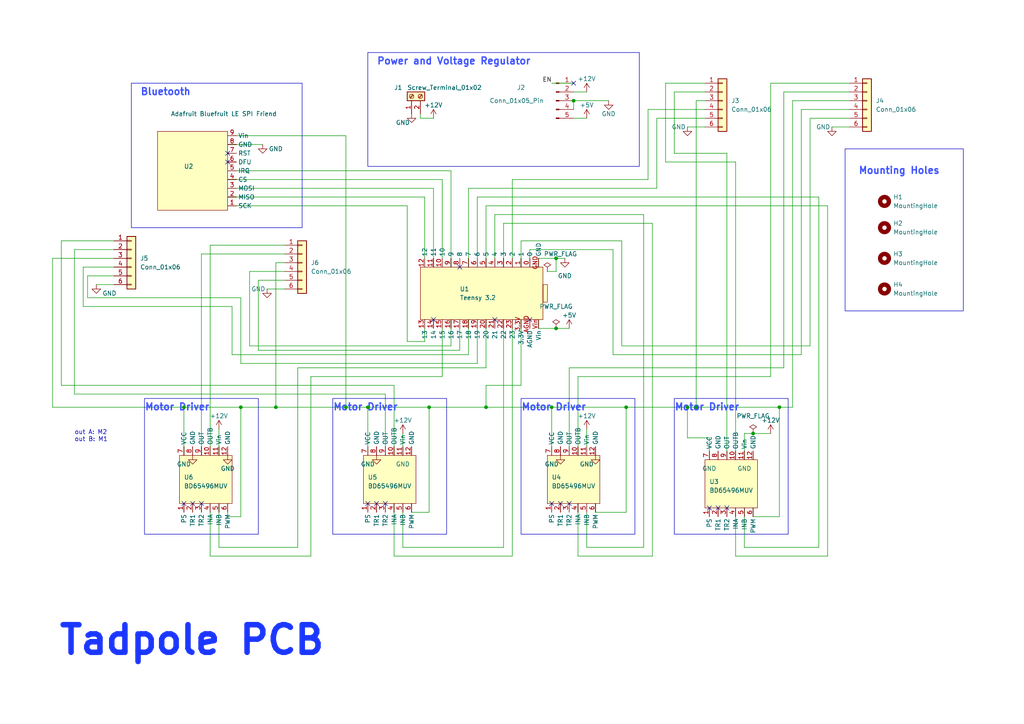
<source format=kicad_sch>
(kicad_sch (version 20230121) (generator eeschema)
  (paper "A4")
  (lib_symbols
    (symbol "BD65496MUV_1"
      (property "Reference" "U" (at 5.08 -2.54 0))
      (property "Value" "BD65496MUV" (at 2.54 7.62 0))
      (symbol "BD65496MUV_1_1_1"
        (rectangle (start -2.54 2.54) (end 11.43 -12.7) (fill (type background)))
        (pin bidirectional line (at -2.54 1.27 180) (length 2.54) (name "PS") (number "1"))
        (pin bidirectional line (at 11.43 -6.35 0) (length 2.54) (name "OUTB") (number "10"))
        (pin power_in line (at 11.43 -8.89 0) (length 2.54) (name "Vin") (number "11"))
        (pin power_in line (at 11.43 -11.43 0) (length 2.54) (name "GND") (number "12"))
        (pin bidirectional line (at -2.54 -1.27 180) (length 2.54) (name "TR1") (number "2"))
        (pin bidirectional line (at -2.54 -3.81 180) (length 2.54) (name "TR2") (number "3"))
        (pin bidirectional line (at -2.54 -6.35 180) (length 2.54) (name "INA") (number "4"))
        (pin bidirectional line (at -2.54 -8.89 180) (length 2.54) (name "INB") (number "5"))
        (pin bidirectional line (at -2.54 -11.43 180) (length 2.54) (name "PWM") (number "6"))
        (pin bidirectional line (at 11.43 1.27 0) (length 2.54) (name "VCC") (number "7"))
        (pin power_in line (at 11.43 -1.27 0) (length 2.54) (name "GND") (number "8"))
        (pin bidirectional line (at 11.43 -3.81 0) (length 2.54) (name "OUT") (number "9"))
      )
    )
    (symbol "BD65496MUV_2"
      (property "Reference" "U" (at 5.08 -2.54 0))
      (property "Value" "BD65496MUV" (at 2.54 7.62 0))
      (symbol "BD65496MUV_2_1_1"
        (rectangle (start -2.54 2.54) (end 11.43 -12.7) (fill (type background)))
        (pin bidirectional line (at -2.54 1.27 180) (length 2.54) (name "PS") (number "1"))
        (pin bidirectional line (at 11.43 -6.35 0) (length 2.54) (name "OUTB") (number "10"))
        (pin power_in line (at 11.43 -8.89 0) (length 2.54) (name "Vin") (number "11"))
        (pin power_in line (at 11.43 -11.43 0) (length 2.54) (name "GND") (number "12"))
        (pin bidirectional line (at -2.54 -1.27 180) (length 2.54) (name "TR1") (number "2"))
        (pin bidirectional line (at -2.54 -3.81 180) (length 2.54) (name "TR2") (number "3"))
        (pin bidirectional line (at -2.54 -6.35 180) (length 2.54) (name "INA") (number "4"))
        (pin bidirectional line (at -2.54 -8.89 180) (length 2.54) (name "INB") (number "5"))
        (pin bidirectional line (at -2.54 -11.43 180) (length 2.54) (name "PWM") (number "6"))
        (pin bidirectional line (at 11.43 1.27 0) (length 2.54) (name "VCC") (number "7"))
        (pin power_in line (at 11.43 -1.27 0) (length 2.54) (name "GND") (number "8"))
        (pin bidirectional line (at 11.43 -3.81 0) (length 2.54) (name "OUT") (number "9"))
      )
    )
    (symbol "BD65496MUV_3"
      (property "Reference" "U" (at 5.08 -2.54 0))
      (property "Value" "BD65496MUV" (at 2.54 7.62 0))
      (symbol "BD65496MUV_3_1_1"
        (rectangle (start -2.54 2.54) (end 11.43 -12.7) (fill (type background)))
        (pin bidirectional line (at -2.54 1.27 180) (length 2.54) (name "PS") (number "1"))
        (pin bidirectional line (at 11.43 -6.35 0) (length 2.54) (name "OUTB") (number "10"))
        (pin power_in line (at 11.43 -8.89 0) (length 2.54) (name "Vin") (number "11"))
        (pin power_in line (at 11.43 -11.43 0) (length 2.54) (name "GND") (number "12"))
        (pin bidirectional line (at -2.54 -1.27 180) (length 2.54) (name "TR1") (number "2"))
        (pin bidirectional line (at -2.54 -3.81 180) (length 2.54) (name "TR2") (number "3"))
        (pin bidirectional line (at -2.54 -6.35 180) (length 2.54) (name "INA") (number "4"))
        (pin bidirectional line (at -2.54 -8.89 180) (length 2.54) (name "INB") (number "5"))
        (pin bidirectional line (at -2.54 -11.43 180) (length 2.54) (name "PWM") (number "6"))
        (pin bidirectional line (at 11.43 1.27 0) (length 2.54) (name "VCC") (number "7"))
        (pin power_in line (at 11.43 -1.27 0) (length 2.54) (name "GND") (number "8"))
        (pin bidirectional line (at 11.43 -3.81 0) (length 2.54) (name "OUT") (number "9"))
      )
    )
    (symbol "Connector:Conn_01x05_Pin" (pin_names (offset 1.016) hide)
      (property "Reference" "J" (at 0 7.62 0))
      (property "Value" "Conn_01x05_Pin" (at 0 -7.62 0))
      (symbol "Conn_01x05_Pin_1_1"
        (polyline (pts (xy 1.27 -5.08) (xy 0.8636 -5.08)) (stroke (width 0.1524)))
        (polyline (pts (xy 1.27 -2.54) (xy 0.8636 -2.54)) (stroke (width 0.1524)))
        (polyline (pts (xy 1.27 0) (xy 0.8636 0)) (stroke (width 0.1524)))
        (polyline (pts (xy 1.27 2.54) (xy 0.8636 2.54)) (stroke (width 0.1524)))
        (polyline (pts (xy 1.27 5.08) (xy 0.8636 5.08)) (stroke (width 0.1524)))
        (rectangle (start 0.8636 -4.953) (end 0 -5.207) (stroke (width 0.1524)) (fill (type outline)))
        (rectangle (start 0.8636 -2.413) (end 0 -2.667) (stroke (width 0.1524)) (fill (type outline)))
        (rectangle (start 0.8636 0.127) (end 0 -0.127) (stroke (width 0.1524)) (fill (type outline)))
        (rectangle (start 0.8636 2.667) (end 0 2.413) (stroke (width 0.1524)) (fill (type outline)))
        (rectangle (start 0.8636 5.207) (end 0 4.953) (stroke (width 0.1524)) (fill (type outline)))
        (pin passive line (at 5.08 5.08 180) (length 3.81) (name "Pin_1") (number "1"))
        (pin passive line (at 5.08 2.54 180) (length 3.81) (name "Pin_2") (number "2"))
        (pin passive line (at 5.08 0 180) (length 3.81) (name "Pin_3") (number "3"))
        (pin passive line (at 5.08 -2.54 180) (length 3.81) (name "Pin_4") (number "4"))
        (pin passive line (at 5.08 -5.08 180) (length 3.81) (name "Pin_5") (number "5"))
      )
    )
    (symbol "Connector:Screw_Terminal_01x02" (pin_names (offset 1.016) hide)
      (property "Reference" "J" (at 0 2.54 0))
      (property "Value" "Screw_Terminal_01x02" (at 0 -5.08 0))
      (symbol "Screw_Terminal_01x02_1_1"
        (rectangle (start -1.27 1.27) (end 1.27 -3.81) (stroke (width 0.254)) (fill (type background)))
        (circle (center 0 -2.54) (radius 0.635) (stroke (width 0.1524)))
        (polyline (pts (xy -0.5334 -2.2098) (xy 0.3302 -3.048)) (stroke (width 0.1524)))
        (polyline (pts (xy -0.5334 0.3302) (xy 0.3302 -0.508)) (stroke (width 0.1524)))
        (polyline (pts (xy -0.3556 -2.032) (xy 0.508 -2.8702)) (stroke (width 0.1524)))
        (polyline (pts (xy -0.3556 0.508) (xy 0.508 -0.3302)) (stroke (width 0.1524)))
        (circle (center 0 0) (radius 0.635) (stroke (width 0.1524)))
        (pin passive line (at -5.08 0 0) (length 3.81) (name "Pin_1") (number "1"))
        (pin passive line (at -5.08 -2.54 0) (length 3.81) (name "Pin_2") (number "2"))
      )
    )
    (symbol "Connector_Generic:Conn_01x06" (pin_names (offset 1.016) hide)
      (property "Reference" "J" (at 0 7.62 0))
      (property "Value" "Conn_01x06" (at 0 -10.16 0))
      (symbol "Conn_01x06_1_1"
        (rectangle (start -1.27 -7.493) (end 0 -7.747) (stroke (width 0.1524)))
        (rectangle (start -1.27 -4.953) (end 0 -5.207) (stroke (width 0.1524)))
        (rectangle (start -1.27 -2.413) (end 0 -2.667) (stroke (width 0.1524)))
        (rectangle (start -1.27 0.127) (end 0 -0.127) (stroke (width 0.1524)))
        (rectangle (start -1.27 2.667) (end 0 2.413) (stroke (width 0.1524)))
        (rectangle (start -1.27 5.207) (end 0 4.953) (stroke (width 0.1524)))
        (rectangle (start -1.27 6.35) (end 1.27 -8.89) (stroke (width 0.254)) (fill (type background)))
        (pin passive line (at -5.08 5.08 0) (length 3.81) (name "Pin_1") (number "1"))
        (pin passive line (at -5.08 2.54 0) (length 3.81) (name "Pin_2") (number "2"))
        (pin passive line (at -5.08 0 0) (length 3.81) (name "Pin_3") (number "3"))
        (pin passive line (at -5.08 -2.54 0) (length 3.81) (name "Pin_4") (number "4"))
        (pin passive line (at -5.08 -5.08 0) (length 3.81) (name "Pin_5") (number "5"))
        (pin passive line (at -5.08 -7.62 0) (length 3.81) (name "Pin_6") (number "6"))
      )
    )
    (symbol "Mechanical:MountingHole" (pin_names (offset 1.016))
      (property "Reference" "H" (at 0 5.08 0))
      (property "Value" "MountingHole" (at 0 3.175 0))
      (symbol "MountingHole_0_1"
        (circle (center 0 0) (radius 1.27) (stroke (width 1.27)))
      )
    )
    (symbol "New_Library:Adafruit_Bluefruit_LE_SPI_Friend"
      (property "Reference" "U" (at 11.43 11.43 0))
      (property "Value" "Adafruit Bluefruit LE SPI Friend" (at -16.51 0 0))
      (symbol "Adafruit_Bluefruit_LE_SPI_Friend_1_1"
        (rectangle (start 0 20.32) (end 22.86 0) (fill (type background)))
        (pin bidirectional line (at 1.27 0 270) (length 2.54) (name "SCK") (number "1"))
        (pin input line (at 3.81 0 270) (length 2.54) (name "MISO") (number "2"))
        (pin output line (at 6.35 0 270) (length 2.54) (name "MOSI") (number "3"))
        (pin bidirectional line (at 8.89 0 270) (length 2.54) (name "CS") (number "4"))
        (pin bidirectional line (at 11.43 0 270) (length 2.54) (name "IRQ") (number "5"))
        (pin bidirectional line (at 13.97 0 270) (length 2.54) (name "DFU") (number "6"))
        (pin bidirectional line (at 16.51 0 270) (length 2.54) (name "RST") (number "7"))
        (pin power_in line (at 19.05 0 270) (length 2.54) (name "GND") (number "8"))
        (pin bidirectional line (at 21.59 0 270) (length 2.54) (name "Vin") (number "9"))
      )
    )
    (symbol "New_Library:BD65496MUV"
      (property "Reference" "U" (at 5.08 -2.54 0))
      (property "Value" "BD65496MUV" (at 2.54 7.62 0))
      (symbol "BD65496MUV_1_1"
        (rectangle (start -2.54 2.54) (end 11.43 -12.7) (fill (type background)))
        (pin bidirectional line (at -2.54 1.27 180) (length 2.54) (name "PS") (number "1"))
        (pin bidirectional line (at 11.43 -6.35 0) (length 2.54) (name "OUTB") (number "10"))
        (pin power_in line (at 11.43 -8.89 0) (length 2.54) (name "Vin") (number "11"))
        (pin power_in line (at 11.43 -11.43 0) (length 2.54) (name "GND") (number "12"))
        (pin bidirectional line (at -2.54 -1.27 180) (length 2.54) (name "TR1") (number "2"))
        (pin bidirectional line (at -2.54 -3.81 180) (length 2.54) (name "TR2") (number "3"))
        (pin bidirectional line (at -2.54 -6.35 180) (length 2.54) (name "INA") (number "4"))
        (pin bidirectional line (at -2.54 -8.89 180) (length 2.54) (name "INB") (number "5"))
        (pin bidirectional line (at -2.54 -11.43 180) (length 2.54) (name "PWM") (number "6"))
        (pin bidirectional line (at 11.43 1.27 0) (length 2.54) (name "VCC") (number "7"))
        (pin power_in line (at 11.43 -1.27 0) (length 2.54) (name "GND") (number "8"))
        (pin bidirectional line (at 11.43 -3.81 0) (length 2.54) (name "OUT") (number "9"))
      )
    )
    (symbol "New_Library:Teensy_3.2"
      (property "Reference" "U" (at 0 -7.62 0))
      (property "Value" "Teensy 3.2" (at -1.27 10.16 0))
      (symbol "Teensy_3.2_1_1"
        (rectangle (start -7.62 7.62) (end 7.62 -27.94) (fill (type background)))
        (rectangle (start -2.54 8.89) (end 2.54 7.62) (fill (type background)))
        (pin bidirectional line (at -7.62 3.81 180) (length 2.54) (name "0") (number "0"))
        (pin bidirectional line (at -7.62 1.27 180) (length 2.54) (name "1") (number "1"))
        (pin bidirectional line (at -7.62 -21.59 180) (length 2.54) (name "10") (number "10"))
        (pin bidirectional line (at -7.62 -24.13 180) (length 2.54) (name "11") (number "11"))
        (pin bidirectional line (at -7.62 -26.67 180) (length 2.54) (name "12") (number "12"))
        (pin bidirectional line (at 7.62 -26.67 0) (length 2.54) (name "13") (number "13"))
        (pin bidirectional line (at 7.62 -24.13 0) (length 2.54) (name "14") (number "14"))
        (pin bidirectional line (at 7.62 -21.59 0) (length 2.54) (name "15") (number "15"))
        (pin bidirectional line (at 7.62 -19.05 0) (length 2.54) (name "16") (number "16"))
        (pin bidirectional line (at 7.62 -16.51 0) (length 2.54) (name "17") (number "17"))
        (pin bidirectional line (at 7.62 -13.97 0) (length 2.54) (name "18") (number "18"))
        (pin bidirectional line (at 7.62 -11.43 0) (length 2.54) (name "19") (number "19"))
        (pin bidirectional line (at -7.62 -1.27 180) (length 2.54) (name "2") (number "2"))
        (pin bidirectional line (at 7.62 -8.89 0) (length 2.54) (name "20") (number "20"))
        (pin bidirectional line (at 7.62 -6.35 0) (length 2.54) (name "21") (number "21"))
        (pin bidirectional line (at 7.62 -3.81 0) (length 2.54) (name "22") (number "22"))
        (pin bidirectional line (at 7.62 -1.27 0) (length 2.54) (name "23") (number "23"))
        (pin bidirectional line (at -7.62 -3.81 180) (length 2.54) (name "3") (number "3"))
        (pin bidirectional line (at 7.62 1.27 0) (length 2.54) (name "3.3V") (number "3.3V"))
        (pin bidirectional line (at -7.62 -6.35 180) (length 2.54) (name "4") (number "4"))
        (pin bidirectional line (at -7.62 -8.89 180) (length 2.54) (name "5") (number "5"))
        (pin bidirectional line (at -7.62 -11.43 180) (length 2.54) (name "6") (number "6"))
        (pin bidirectional line (at -7.62 -13.97 180) (length 2.54) (name "7") (number "7"))
        (pin bidirectional line (at -7.62 -16.51 180) (length 2.54) (name "8") (number "8"))
        (pin bidirectional line (at -7.62 -19.05 180) (length 2.54) (name "9") (number "9"))
        (pin bidirectional line (at 7.62 3.81 0) (length 2.54) (name "AGND") (number "AGND"))
        (pin power_in line (at -7.62 6.35 180) (length 2.54) (name "GND") (number "GND"))
        (pin power_in line (at 7.62 6.35 0) (length 2.54) (name "Vin") (number "Vin"))
      )
    )
    (symbol "power:+12V" (power) (pin_names (offset 0))
      (property "Value" "+12V" (at 0 3.556 0))
      (symbol "+12V_0_1"
        (polyline (pts (xy -0.762 1.27) (xy 0 2.54)))
        (polyline (pts (xy 0 0) (xy 0 2.54)))
        (polyline (pts (xy 0 2.54) (xy 0.762 1.27)))
      )
      (symbol "+12V_1_1"
        (pin power_in line (at 0 0 90) (length 0) hide (name "+12V") (number "1"))
      )
    )
    (symbol "power:+5V" (power) (pin_names (offset 0))
      (property "Value" "+5V" (at 0 3.556 0))
      (symbol "+5V_0_1"
        (polyline (pts (xy -0.762 1.27) (xy 0 2.54)))
        (polyline (pts (xy 0 0) (xy 0 2.54)))
        (polyline (pts (xy 0 2.54) (xy 0.762 1.27)))
      )
      (symbol "+5V_1_1"
        (pin power_in line (at 0 0 90) (length 0) hide (name "+5V") (number "1"))
      )
    )
    (symbol "power:GND" (power) (pin_names (offset 0))
      (property "Value" "GND" (at 0 -3.81 0))
      (symbol "GND_0_1"
        (polyline (pts (xy 0 0) (xy 0 -1.27) (xy 1.27 -1.27) (xy 0 -2.54) (xy -1.27 -1.27) (xy 0 -1.27)))
      )
      (symbol "GND_1_1"
        (pin power_in line (at 0 0 270) (length 0) hide (name "GND") (number "1"))
      )
    )
    (symbol "power:PWR_FLAG" (power) (pin_numbers hide) (pin_names (offset 0) hide)
      (property "Value" "PWR_FLAG" (at 0 3.81 0))
      (symbol "PWR_FLAG_0_0"
        (pin power_out line (at 0 0 90) (length 0) (name "pwr") (number "1"))
      )
      (symbol "PWR_FLAG_0_1"
        (polyline (pts (xy 0 0) (xy 0 1.27) (xy -1.016 1.905) (xy 0 2.54) (xy 1.016 1.905) (xy 0 1.27)))
      )
    )
  )
  (junction (at 166.37 29.21))
  (junction (at 140.97 118.11))
  (junction (at 53.34 118.11))
  (junction (at 80.01 118.11))
  (junction (at 69.85 118.11))
  (junction (at 161.29 95.25))
  (junction (at 199.39 118.11))
  (junction (at 218.44 125.73))
  (junction (at 106.68 118.11))
  (junction (at 124.46 118.11))
  (junction (at 161.29 74.93))
  (junction (at 201.93 118.11))
  (junction (at 160.02 118.11))
  (junction (at 100.33 118.11))
  (junction (at 181.61 118.11))
  (junction (at 226.06 118.11))
  (no_connect (at 58.42 146.05))
  (no_connect (at 160.02 146.05))
  (no_connect (at 143.51 92.71))
  (no_connect (at 109.22 146.05))
  (no_connect (at 111.76 146.05))
  (no_connect (at 166.37 24.13))
  (no_connect (at 125.73 92.71))
  (no_connect (at 106.68 146.05))
  (no_connect (at 133.35 77.47))
  (no_connect (at 162.56 146.05))
  (no_connect (at 53.34 146.05))
  (no_connect (at 210.82 147.32))
  (no_connect (at 66.04 44.45))
  (no_connect (at 66.04 46.99))
  (no_connect (at 55.88 146.05))
  (no_connect (at 205.74 147.32))
  (no_connect (at 153.67 92.71))
  (no_connect (at 208.28 147.32))
  (no_connect (at 165.1 146.05))
  (wire (pts (xy 215.9 125.73) (xy 218.44 125.73)))
  (wire (pts (xy 170.18 124.46) (xy 170.18 132.08)))
  (wire (pts (xy 86.36 106.68) (xy 86.36 158.75)))
  (wire (pts (xy 223.52 24.13) (xy 246.38 24.13)))
  (wire (pts (xy 140.97 111.76) (xy 140.97 118.11)))
  (wire (pts (xy 138.43 105.41) (xy 69.85 105.41)))
  (wire (pts (xy 74.93 81.28) (xy 82.55 81.28)))
  (wire (pts (xy 25.4 86.36) (xy 69.85 86.36)))
  (wire (pts (xy 53.34 118.11) (xy 69.85 118.11)))
  (wire (pts (xy 161.29 95.25) (xy 156.21 95.25)))
  (wire (pts (xy 106.68 118.11) (xy 106.68 132.08)))
  (wire (pts (xy 130.81 92.71) (xy 130.81 100.33)))
  (wire (pts (xy 204.47 29.21) (xy 201.93 29.21)))
  (wire (pts (xy 90.17 109.22) (xy 90.17 161.29)))
  (wire (pts (xy 66.04 49.53) (xy 130.81 49.53)))
  (wire (pts (xy 66.04 59.69) (xy 118.11 59.69)))
  (wire (pts (xy 213.36 161.29) (xy 213.36 147.32)))
  (wire (pts (xy 151.13 77.47) (xy 151.13 69.85)))
  (wire (pts (xy 226.06 118.11) (xy 226.06 149.86)))
  (wire (pts (xy 86.36 158.75) (xy 63.5 158.75)))
  (wire (pts (xy 66.04 54.61) (xy 125.73 54.61)))
  (wire (pts (xy 66.04 149.86) (xy 69.85 149.86)))
  (wire (pts (xy 15.24 74.93) (xy 15.24 118.11)))
  (wire (pts (xy 135.89 92.71) (xy 135.89 102.87)))
  (wire (pts (xy 67.31 88.9) (xy 67.31 102.87)))
  (wire (pts (xy 74.93 81.28) (xy 74.93 101.6)))
  (wire (pts (xy 167.64 146.05) (xy 167.64 161.29)))
  (wire (pts (xy 193.04 46.99) (xy 193.04 24.13)))
  (wire (pts (xy 133.35 92.71) (xy 133.35 101.6)))
  (wire (pts (xy 80.01 76.2) (xy 80.01 118.11)))
  (wire (pts (xy 227.33 26.67) (xy 227.33 106.68)))
  (wire (pts (xy 158.75 78.74) (xy 161.29 78.74)))
  (wire (pts (xy 234.95 34.29) (xy 246.38 34.29)))
  (wire (pts (xy 177.8 72.39) (xy 177.8 102.87)))
  (wire (pts (xy 116.84 125.73) (xy 116.84 132.08)))
  (wire (pts (xy 125.73 54.61) (xy 125.73 77.47)))
  (wire (pts (xy 111.76 132.08) (xy 111.76 114.3)))
  (wire (pts (xy 67.31 102.87) (xy 135.89 102.87)))
  (wire (pts (xy 170.18 158.75) (xy 186.69 158.75)))
  (wire (pts (xy 241.3 36.83) (xy 246.38 36.83)))
  (wire (pts (xy 201.93 118.11) (xy 226.06 118.11)))
  (wire (pts (xy 186.69 158.75) (xy 186.69 62.23)))
  (wire (pts (xy 234.95 34.29) (xy 234.95 100.33)))
  (wire (pts (xy 21.59 72.39) (xy 33.02 72.39)))
  (wire (pts (xy 90.17 109.22) (xy 128.27 109.22)))
  (wire (pts (xy 138.43 57.15) (xy 138.43 77.47)))
  (wire (pts (xy 160.02 118.11) (xy 181.61 118.11)))
  (wire (pts (xy 15.24 74.93) (xy 33.02 74.93)))
  (wire (pts (xy 140.97 59.69) (xy 240.03 59.69)))
  (wire (pts (xy 187.96 31.75) (xy 204.47 31.75)))
  (wire (pts (xy 21.59 114.3) (xy 111.76 114.3)))
  (wire (pts (xy 124.46 118.11) (xy 140.97 118.11)))
  (wire (pts (xy 201.93 29.21) (xy 201.93 118.11)))
  (wire (pts (xy 116.84 158.75) (xy 116.84 146.05)))
  (wire (pts (xy 232.41 31.75) (xy 246.38 31.75)))
  (wire (pts (xy 58.42 73.66) (xy 58.42 132.08)))
  (wire (pts (xy 140.97 118.11) (xy 160.02 118.11)))
  (wire (pts (xy 21.59 114.3) (xy 21.59 72.39)))
  (wire (pts (xy 82.55 76.2) (xy 80.01 76.2)))
  (wire (pts (xy 232.41 31.75) (xy 232.41 102.87)))
  (wire (pts (xy 17.78 69.85) (xy 33.02 69.85)))
  (wire (pts (xy 63.5 158.75) (xy 63.5 146.05)))
  (wire (pts (xy 205.74 127) (xy 205.74 133.35)))
  (wire (pts (xy 125.73 34.29) (xy 121.92 34.29)))
  (wire (pts (xy 229.87 118.11) (xy 226.06 118.11)))
  (wire (pts (xy 60.96 161.29) (xy 60.96 146.05)))
  (wire (pts (xy 229.87 29.21) (xy 229.87 118.11)))
  (wire (pts (xy 146.05 64.77) (xy 146.05 77.47)))
  (wire (pts (xy 123.19 57.15) (xy 123.19 77.47)))
  (wire (pts (xy 165.1 132.08) (xy 165.1 106.68)))
  (wire (pts (xy 181.61 118.11) (xy 181.61 148.59)))
  (wire (pts (xy 72.39 100.33) (xy 130.81 100.33)))
  (wire (pts (xy 189.23 64.77) (xy 146.05 64.77)))
  (wire (pts (xy 167.64 161.29) (xy 189.23 161.29)))
  (wire (pts (xy 151.13 69.85) (xy 180.34 69.85)))
  (wire (pts (xy 223.52 24.13) (xy 223.52 109.22)))
  (wire (pts (xy 140.97 92.71) (xy 140.97 106.68)))
  (wire (pts (xy 53.34 118.11) (xy 53.34 132.08)))
  (wire (pts (xy 193.04 24.13) (xy 204.47 24.13)))
  (wire (pts (xy 69.85 149.86) (xy 69.85 118.11)))
  (wire (pts (xy 118.11 59.69) (xy 118.11 99.06)))
  (wire (pts (xy 151.13 92.71) (xy 151.13 111.76)))
  (wire (pts (xy 165.1 106.68) (xy 227.33 106.68)))
  (wire (pts (xy 58.42 73.66) (xy 82.55 73.66)))
  (wire (pts (xy 140.97 106.68) (xy 86.36 106.68)))
  (wire (pts (xy 24.13 88.9) (xy 24.13 77.47)))
  (wire (pts (xy 156.21 95.25) (xy 156.21 92.71)))
  (wire (pts (xy 166.37 26.67) (xy 170.18 26.67)))
  (wire (pts (xy 17.78 111.76) (xy 114.3 111.76)))
  (wire (pts (xy 240.03 59.69) (xy 240.03 161.29)))
  (wire (pts (xy 100.33 118.11) (xy 106.68 118.11)))
  (wire (pts (xy 199.39 127) (xy 199.39 118.11)))
  (wire (pts (xy 25.4 86.36) (xy 25.4 80.01)))
  (wire (pts (xy 187.96 52.07) (xy 187.96 31.75)))
  (wire (pts (xy 180.34 100.33) (xy 234.95 100.33)))
  (wire (pts (xy 210.82 44.45) (xy 210.82 133.35)))
  (wire (pts (xy 181.61 118.11) (xy 199.39 118.11)))
  (wire (pts (xy 240.03 161.29) (xy 213.36 161.29)))
  (wire (pts (xy 166.37 29.21) (xy 176.53 29.21)))
  (wire (pts (xy 199.39 36.83) (xy 204.47 36.83)))
  (wire (pts (xy 195.58 44.45) (xy 195.58 26.67)))
  (wire (pts (xy 186.69 62.23) (xy 143.51 62.23)))
  (wire (pts (xy 72.39 78.74) (xy 82.55 78.74)))
  (wire (pts (xy 177.8 102.87) (xy 232.41 102.87)))
  (wire (pts (xy 227.33 26.67) (xy 246.38 26.67)))
  (wire (pts (xy 199.39 127) (xy 205.74 127)))
  (wire (pts (xy 60.96 71.12) (xy 82.55 71.12)))
  (wire (pts (xy 199.39 118.11) (xy 201.93 118.11)))
  (wire (pts (xy 161.29 78.74) (xy 161.29 74.93)))
  (wire (pts (xy 138.43 92.71) (xy 138.43 105.41)))
  (wire (pts (xy 213.36 46.99) (xy 193.04 46.99)))
  (wire (pts (xy 119.38 148.59) (xy 119.38 146.05)))
  (wire (pts (xy 72.39 78.74) (xy 72.39 100.33)))
  (wire (pts (xy 128.27 92.71) (xy 128.27 109.22)))
  (wire (pts (xy 218.44 149.86) (xy 218.44 147.32)))
  (wire (pts (xy 24.13 88.9) (xy 67.31 88.9)))
  (wire (pts (xy 106.68 118.11) (xy 124.46 118.11)))
  (wire (pts (xy 27.94 82.55) (xy 33.02 82.55)))
  (wire (pts (xy 135.89 54.61) (xy 190.5 54.61)))
  (wire (pts (xy 237.49 158.75) (xy 237.49 57.15)))
  (wire (pts (xy 140.97 77.47) (xy 140.97 59.69)))
  (wire (pts (xy 181.61 148.59) (xy 172.72 148.59)))
  (wire (pts (xy 148.59 161.29) (xy 114.3 161.29)))
  (wire (pts (xy 17.78 69.85) (xy 17.78 111.76)))
  (wire (pts (xy 25.4 80.01) (xy 33.02 80.01)))
  (wire (pts (xy 60.96 71.12) (xy 60.96 132.08)))
  (wire (pts (xy 100.33 39.37) (xy 100.33 118.11)))
  (wire (pts (xy 114.3 132.08) (xy 114.3 111.76)))
  (wire (pts (xy 146.05 92.71) (xy 146.05 158.75)))
  (wire (pts (xy 215.9 158.75) (xy 237.49 158.75)))
  (wire (pts (xy 66.04 39.37) (xy 100.33 39.37)))
  (wire (pts (xy 66.04 146.05) (xy 66.04 149.86)))
  (wire (pts (xy 148.59 77.47) (xy 148.59 52.07)))
  (wire (pts (xy 167.64 109.22) (xy 223.52 109.22)))
  (wire (pts (xy 66.04 41.91) (xy 76.2 41.91)))
  (wire (pts (xy 114.3 161.29) (xy 114.3 146.05)))
  (wire (pts (xy 148.59 92.71) (xy 148.59 161.29)))
  (wire (pts (xy 218.44 125.73) (xy 223.52 125.73)))
  (wire (pts (xy 195.58 26.67) (xy 204.47 26.67)))
  (wire (pts (xy 166.37 29.21) (xy 166.37 31.75)))
  (wire (pts (xy 213.36 46.99) (xy 213.36 133.35)))
  (wire (pts (xy 229.87 29.21) (xy 246.38 29.21)))
  (wire (pts (xy 226.06 149.86) (xy 218.44 149.86)))
  (wire (pts (xy 24.13 77.47) (xy 33.02 77.47)))
  (wire (pts (xy 189.23 161.29) (xy 189.23 64.77)))
  (wire (pts (xy 156.21 77.47) (xy 156.21 74.93)))
  (wire (pts (xy 124.46 148.59) (xy 119.38 148.59)))
  (wire (pts (xy 161.29 74.93) (xy 163.83 74.93)))
  (wire (pts (xy 146.05 158.75) (xy 116.84 158.75)))
  (wire (pts (xy 160.02 24.13) (xy 166.37 24.13)))
  (wire (pts (xy 74.93 101.6) (xy 133.35 101.6)))
  (wire (pts (xy 123.19 99.06) (xy 123.19 92.71)))
  (wire (pts (xy 237.49 57.15) (xy 138.43 57.15)))
  (wire (pts (xy 77.47 83.82) (xy 82.55 83.82)))
  (wire (pts (xy 63.5 124.46) (xy 63.5 132.08)))
  (wire (pts (xy 172.72 148.59) (xy 172.72 146.05)))
  (wire (pts (xy 130.81 49.53) (xy 130.81 77.47)))
  (wire (pts (xy 215.9 147.32) (xy 215.9 158.75)))
  (wire (pts (xy 15.24 118.11) (xy 53.34 118.11)))
  (wire (pts (xy 143.51 62.23) (xy 143.51 77.47)))
  (wire (pts (xy 153.67 72.39) (xy 177.8 72.39)))
  (wire (pts (xy 156.21 74.93) (xy 161.29 74.93)))
  (wire (pts (xy 118.11 99.06) (xy 123.19 99.06)))
  (wire (pts (xy 148.59 52.07) (xy 187.96 52.07)))
  (wire (pts (xy 121.92 34.29) (xy 121.92 33.02)))
  (wire (pts (xy 167.64 132.08) (xy 167.64 109.22)))
  (wire (pts (xy 170.18 146.05) (xy 170.18 158.75)))
  (wire (pts (xy 160.02 118.11) (xy 160.02 132.08)))
  (wire (pts (xy 69.85 118.11) (xy 80.01 118.11)))
  (wire (pts (xy 210.82 44.45) (xy 195.58 44.45)))
  (wire (pts (xy 190.5 34.29) (xy 190.5 54.61)))
  (wire (pts (xy 165.1 95.25) (xy 161.29 95.25)))
  (wire (pts (xy 151.13 111.76) (xy 140.97 111.76)))
  (wire (pts (xy 128.27 52.07) (xy 128.27 77.47)))
  (wire (pts (xy 180.34 69.85) (xy 180.34 100.33)))
  (wire (pts (xy 166.37 34.29) (xy 170.18 34.29)))
  (wire (pts (xy 153.67 77.47) (xy 153.67 72.39)))
  (wire (pts (xy 190.5 34.29) (xy 204.47 34.29)))
  (wire (pts (xy 66.04 52.07) (xy 128.27 52.07)))
  (wire (pts (xy 66.04 57.15) (xy 123.19 57.15)))
  (wire (pts (xy 80.01 118.11) (xy 100.33 118.11)))
  (wire (pts (xy 124.46 118.11) (xy 124.46 148.59)))
  (wire (pts (xy 69.85 86.36) (xy 69.85 105.41)))
  (wire (pts (xy 215.9 125.73) (xy 215.9 133.35)))
  (wire (pts (xy 90.17 161.29) (xy 60.96 161.29)))
  (wire (pts (xy 135.89 77.47) (xy 135.89 54.61)))
  (rectangle (start 41.91 115.57) (end 74.93 154.94))
  (rectangle (start 106.68 15.24) (end 185.42 48.26))
  (rectangle (start 245.11 43.18) (end 279.4 90.17))
  (rectangle (start 151.13 115.57) (end 184.15 154.94))
  (rectangle (start 38.1 24.13) (end 87.63 66.04))
  (rectangle (start 96.52 115.57) (end 129.54 154.94))
  (rectangle (start 195.58 115.57) (end 228.6 154.94))
  (text "Bluetooth" (at 40.64 27.94 0) (effects (font (size 2 2) (thickness 0.4) bold) (justify left bottom)))
  (text "Tadpole PCB" (at 16.51 190.5 0) (effects (font (size 8 8) (thickness 1.6) bold) (justify left bottom)))
  (text "Motor Driver" (at 41.91 119.38 0) (effects (font (size 2 2) (thickness 0.4) bold) (justify left bottom)))
  (text "Motor Driver" (at 195.58 119.38 0) (effects (font (size 2 2) (thickness 0.4) bold) (justify left bottom)))
  (text "Mounting Holes" (at 248.92 50.8 0) (effects (font (size 2 2) (thickness 0.4) bold) (justify left bottom)))
  (text "Motor Driver" (at 96.52 119.38 0) (effects (font (size 2 2) (thickness 0.4) bold) (justify left bottom)))
  (text "Power and Voltage Regulator" (at 109.22 19.05 0) (effects (font (size 2 2) (thickness 0.4) bold) (justify left bottom)))
  (text "out A: M2\nout B: M1\n" (at 21.59 128.27 0) (effects (font (size 1.27 1.27)) (justify left bottom)))
  (text "Motor Driver" (at 151.13 119.38 0) (effects (font (size 2 2) (thickness 0.4) bold) (justify left bottom)))
  (label "EN" (at 160.02 24.13 180))
  (symbol (lib_id "power:GND") (at 119.38 33.02 0) (unit 1)
    (property "Reference" "#PWR01" (effects hide))
    (property "Value" "GND" (at 116.84 35.56 0))
  )
  (symbol (lib_id "Mechanical:MountingHole") (at 256.54 58.42 0) (unit 1)
    (property "Reference" "H1" (at 259.08 57.15 0) (effects (justify left)))
    (property "Value" "MountingHole" (at 259.08 59.69 0) (effects (justify left)))
    (property "Footprint" "MountingHole:MountingHole_2.2mm_M2_DIN965_Pad" (effects hide))
  )
  (symbol (lib_id "power:PWR_FLAG") (at 161.29 95.25 0) (unit 1)
    (property "Reference" "#FLG02" (effects hide))
    (property "Value" "PWR_FLAG" (at 161.29 88.9 0))
  )
  (symbol (lib_id "Connector:Screw_Terminal_01x02") (at 119.38 27.94 90) (unit 1)
    (property "Reference" "J1" (at 114.3 25.4 90) (effects (justify right)))
    (property "Value" "Screw_Terminal_01x02" (at 118.11 25.4 90) (effects (justify right)))
    (property "Footprint" "Connector_AMASS:AMASS_XT30U-M_1x02_P5.0mm_Vertical" (effects hide))
  )
  (symbol (lib_id "power:GND") (at 208.28 133.35 0) (unit 1)
    (property "Reference" "#PWR011" (effects hide))
    (property "Value" "GND" (at 205.74 135.89 0))
  )
  (symbol (lib_name "BD65496MUV_3") (lib_id "New_Library:BD65496MUV") (at 161.29 143.51 90) (unit 1)
    (property "Reference" "U4" (at 160.02 138.43 90) (effects (justify right)))
    (property "Value" "BD65496MUV" (at 160.02 140.97 90) (effects (justify right)))
    (property "Footprint" "Library:BD65496MUV" (effects hide))
  )
  (symbol (lib_name "BD65496MUV_2") (lib_id "New_Library:BD65496MUV") (at 107.95 143.51 90) (unit 1)
    (property "Reference" "U5" (at 106.68 138.43 90) (effects (justify right)))
    (property "Value" "BD65496MUV" (at 106.68 140.97 90) (effects (justify right)))
    (property "Footprint" "Library:BD65496MUV" (effects hide))
  )
  (symbol (lib_id "Connector_Generic:Conn_01x06") (at 209.55 29.21 0) (unit 1)
    (property "Reference" "J3" (at 212.09 29.21 0) (effects (justify left)))
    (property "Value" "Conn_01x06" (at 212.09 31.75 0) (effects (justify left)))
    (property "Footprint" "Library:PinHeader_1x06_P2.54mm_Vertical" (effects hide))
  )
  (symbol (lib_id "power:+5V") (at 165.1 95.25 0) (unit 1)
    (property "Reference" "#PWR025" (effects hide))
    (property "Value" "+5V" (at 165.1 91.44 0))
  )
  (symbol (lib_id "Connector_Generic:Conn_01x06") (at 87.63 76.2 0) (unit 1)
    (property "Reference" "J6" (at 90.17 76.2 0) (effects (justify left)))
    (property "Value" "Conn_01x06" (at 90.17 78.74 0) (effects (justify left)))
    (property "Footprint" "Library:PinHeader_1x06_P2.54mm_Vertical" (effects hide))
  )
  (symbol (lib_id "power:GND") (at 241.3 36.83 0) (unit 1)
    (property "Reference" "#PWR036" (effects hide))
    (property "Value" "GND" (at 238.76 36.83 0))
  )
  (symbol (lib_id "power:+12V") (at 170.18 26.67 0) (unit 1)
    (property "Reference" "#PWR014" (effects hide))
    (property "Value" "+12V" (at 170.18 22.86 0))
  )
  (symbol (lib_id "power:+12V") (at 63.5 124.46 0) (unit 1)
    (property "Reference" "#PWR016" (effects hide))
    (property "Value" "+12V" (at 63.5 120.65 0))
  )
  (symbol (lib_id "power:GND") (at 162.56 132.08 0) (unit 1)
    (property "Reference" "#PWR07" (effects hide))
    (property "Value" "GND" (at 160.02 134.62 0))
  )
  (symbol (lib_id "Connector_Generic:Conn_01x06") (at 251.46 29.21 0) (unit 1)
    (property "Reference" "J4" (at 254 29.21 0) (effects (justify left)))
    (property "Value" "Conn_01x06" (at 254 31.75 0) (effects (justify left)))
    (property "Footprint" "Library:PinHeader_1x06_P2.54mm_Vertical" (effects hide))
  )
  (symbol (lib_id "power:GND") (at 119.38 132.08 0) (unit 1)
    (property "Reference" "#PWR08" (effects hide))
    (property "Value" "GND" (at 116.84 134.62 0))
  )
  (symbol (lib_id "power:PWR_FLAG") (at 158.75 78.74 0) (unit 1)
    (property "Reference" "#FLG01" (effects hide))
    (property "Value" "PWR_FLAG" (at 162.56 73.66 0))
  )
  (symbol (lib_id "New_Library:Teensy_3.2") (at 149.86 85.09 270) (unit 1)
    (property "Reference" "U1" (at 133.35 83.82 90) (effects (justify left)))
    (property "Value" "Teensy 3.2" (at 133.35 86.36 90) (effects (justify left)))
    (property "Footprint" "Library:teensy" (effects hide))
  )
  (symbol (lib_id "power:+12V") (at 223.52 125.73 0) (unit 1)
    (property "Reference" "#PWR019" (effects hide))
    (property "Value" "+12V" (at 223.52 121.92 0))
  )
  (symbol (lib_id "power:GND") (at 172.72 132.08 0) (unit 1)
    (property "Reference" "#PWR06" (effects hide))
    (property "Value" "GND" (at 170.18 134.62 0))
  )
  (symbol (lib_id "Connector:Conn_01x05_Pin") (at 161.29 29.21 0) (unit 1)
    (property "Reference" "J2" (at 151.13 25.4 0))
    (property "Value" "Conn_01x05_Pin" (at 149.86 29.21 0))
    (property "Footprint" "Library:PinHeader_1x05_P2.54mm_Vertical" (effects hide))
  )
  (symbol (lib_id "power:+5V") (at 170.18 34.29 0) (unit 1)
    (property "Reference" "#PWR013" (effects hide))
    (property "Value" "+5V" (at 170.18 30.48 0))
  )
  (symbol (lib_id "New_Library:Adafruit_Bluefruit_LE_SPI_Friend") (at 66.04 60.96 90) (unit 1)
    (property "Reference" "U2" (at 53.34 48.26 90) (effects (justify right)))
    (property "Value" "Adafruit Bluefruit LE SPI Friend" (at 49.53 33.02 90) (effects (justify right)))
    (property "Footprint" "Library:Adafruit Bluefruit LE SPI Friend" (effects hide))
    (property "Datasheet" "https://www.adafruit.com/product/2633" (effects hide))
  )
  (symbol (lib_id "Mechanical:MountingHole") (at 256.54 66.04 0) (unit 1)
    (property "Reference" "H2" (at 259.08 64.77 0) (effects (justify left)))
    (property "Value" "MountingHole" (at 259.08 67.31 0) (effects (justify left)))
    (property "Footprint" "MountingHole:MountingHole_2.2mm_M2_DIN965_Pad" (effects hide))
  )
  (symbol (lib_id "Mechanical:MountingHole") (at 256.54 74.93 0) (unit 1)
    (property "Reference" "H3" (at 259.08 73.66 0) (effects (justify left)))
    (property "Value" "MountingHole" (at 259.08 76.2 0) (effects (justify left)))
    (property "Footprint" "MountingHole:MountingHole_2.2mm_M2_DIN965_Pad" (effects hide))
  )
  (symbol (lib_id "power:+12V") (at 170.18 124.46 0) (unit 1)
    (property "Reference" "#PWR018" (effects hide))
    (property "Value" "+12V" (at 170.18 120.65 0))
  )
  (symbol (lib_id "power:GND") (at 109.22 132.08 0) (unit 1)
    (property "Reference" "#PWR09" (effects hide))
    (property "Value" "GND" (at 106.68 134.62 0))
  )
  (symbol (lib_id "power:GND") (at 55.88 132.08 0) (unit 1)
    (property "Reference" "#PWR05" (effects hide))
    (property "Value" "GND" (at 53.34 134.62 0))
  )
  (symbol (lib_id "power:GND") (at 199.39 36.83 0) (unit 1)
    (property "Reference" "#PWR033" (effects hide))
    (property "Value" "GND" (at 196.85 36.83 0))
  )
  (symbol (lib_id "power:GND") (at 77.47 83.82 0) (unit 1)
    (property "Reference" "#PWR032" (effects hide))
    (property "Value" "GND" (at 74.93 83.82 0))
  )
  (symbol (lib_id "power:PWR_FLAG") (at 218.44 125.73 0) (unit 1)
    (property "Reference" "#FLG04" (effects hide))
    (property "Value" "PWR_FLAG" (at 218.44 120.65 0))
  )
  (symbol (lib_id "power:+12V") (at 116.84 125.73 0) (unit 1)
    (property "Reference" "#PWR017" (effects hide))
    (property "Value" "+12V" (at 116.84 121.92 0))
  )
  (symbol (lib_id "power:+12V") (at 125.73 34.29 0) (unit 1)
    (property "Reference" "#PWR015" (effects hide))
    (property "Value" "+12V" (at 125.73 30.48 0))
  )
  (symbol (lib_id "power:GND") (at 218.44 133.35 0) (unit 1)
    (property "Reference" "#PWR010" (effects hide))
    (property "Value" "GND" (at 215.9 135.89 0))
  )
  (symbol (lib_id "Connector_Generic:Conn_01x06") (at 38.1 74.93 0) (unit 1)
    (property "Reference" "J5" (at 40.64 74.93 0) (effects (justify left)))
    (property "Value" "Conn_01x06" (at 40.64 77.47 0) (effects (justify left)))
    (property "Footprint" "Library:PinHeader_1x06_P2.54mm_Vertical" (effects hide))
  )
  (symbol (lib_id "power:GND") (at 27.94 82.55 0) (unit 1)
    (property "Reference" "#PWR037" (effects hide))
    (property "Value" "GND" (at 31.75 85.09 0))
  )
  (symbol (lib_id "power:GND") (at 66.04 132.08 0) (unit 1)
    (property "Reference" "#PWR04" (effects hide))
    (property "Value" "GND" (at 66.04 135.89 0))
  )
  (symbol (lib_id "power:GND") (at 176.53 29.21 0) (unit 1)
    (property "Reference" "#PWR02" (effects hide))
    (property "Value" "GND" (at 176.53 33.02 0))
  )
  (symbol (lib_name "BD65496MUV_1") (lib_id "New_Library:BD65496MUV") (at 54.61 143.51 90) (unit 1)
    (property "Reference" "U6" (at 53.34 138.43 90) (effects (justify right)))
    (property "Value" "BD65496MUV" (at 53.34 140.97 90) (effects (justify right)))
    (property "Footprint" "Library:BD65496MUV" (effects hide))
  )
  (symbol (lib_id "New_Library:BD65496MUV") (at 207.01 144.78 90) (unit 1)
    (property "Reference" "U3" (at 205.74 139.7 90) (effects (justify right)))
    (property "Value" "BD65496MUV" (at 205.74 142.24 90) (effects (justify right)))
    (property "Footprint" "Library:BD65496MUV" (effects hide))
  )
  (symbol (lib_id "power:GND") (at 76.2 41.91 0) (unit 1)
    (property "Reference" "#PWR03" (effects hide))
    (property "Value" "GND" (at 80.01 43.18 0))
  )
  (symbol (lib_id "Mechanical:MountingHole") (at 256.54 83.82 0) (unit 1)
    (property "Reference" "H4" (at 259.08 82.55 0) (effects (justify left)))
    (property "Value" "MountingHole" (at 259.08 85.09 0) (effects (justify left)))
    (property "Footprint" "MountingHole:MountingHole_2.2mm_M2_DIN965_Pad" (effects hide))
  )
  (symbol (lib_id "power:GND") (at 163.83 74.93 0) (unit 1)
    (property "Reference" "#PWR034" (effects hide))
    (property "Value" "GND" (at 163.83 80.01 0))
  )
)
</source>
